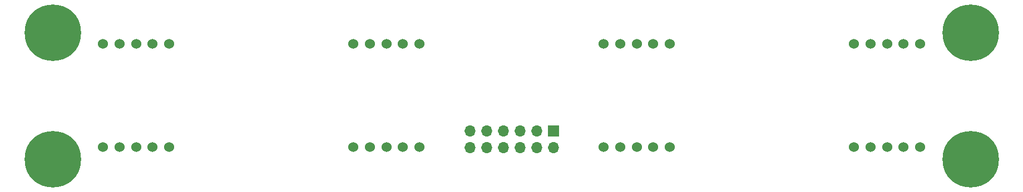
<source format=gbr>
%TF.GenerationSoftware,KiCad,Pcbnew,(5.1.8)-1*%
%TF.CreationDate,2021-01-20T16:16:19-05:00*%
%TF.ProjectId,Switch_SSD_Row,53776974-6368-45f5-9353-445f526f772e,rev?*%
%TF.SameCoordinates,Original*%
%TF.FileFunction,Soldermask,Bot*%
%TF.FilePolarity,Negative*%
%FSLAX46Y46*%
G04 Gerber Fmt 4.6, Leading zero omitted, Abs format (unit mm)*
G04 Created by KiCad (PCBNEW (5.1.8)-1) date 2021-01-20 16:16:19*
%MOMM*%
%LPD*%
G01*
G04 APERTURE LIST*
%ADD10C,8.600000*%
%ADD11C,0.900000*%
%ADD12C,1.524000*%
%ADD13R,1.700000X1.700000*%
%ADD14O,1.700000X1.700000*%
G04 APERTURE END LIST*
D10*
%TO.C,REF\u002A\u002A*%
X162560000Y-46228000D03*
D11*
X165785000Y-46228000D03*
X164840419Y-48508419D03*
X162560000Y-49453000D03*
X160279581Y-48508419D03*
X159335000Y-46228000D03*
X160279581Y-43947581D03*
X162560000Y-43003000D03*
X164840419Y-43947581D03*
%TD*%
D10*
%TO.C,REF\u002A\u002A*%
X162560000Y-26924000D03*
D11*
X165785000Y-26924000D03*
X164840419Y-29204419D03*
X162560000Y-30149000D03*
X160279581Y-29204419D03*
X159335000Y-26924000D03*
X160279581Y-24643581D03*
X162560000Y-23699000D03*
X164840419Y-24643581D03*
%TD*%
D10*
%TO.C,REF\u002A\u002A*%
X22860000Y-46228000D03*
D11*
X26085000Y-46228000D03*
X25140419Y-48508419D03*
X22860000Y-49453000D03*
X20579581Y-48508419D03*
X19635000Y-46228000D03*
X20579581Y-43947581D03*
X22860000Y-43003000D03*
X25140419Y-43947581D03*
%TD*%
D10*
%TO.C,REF\u002A\u002A*%
X22860000Y-26924000D03*
D11*
X26085000Y-26924000D03*
X25140419Y-29204419D03*
X22860000Y-30149000D03*
X20579581Y-29204419D03*
X19635000Y-26924000D03*
X20579581Y-24643581D03*
X22860000Y-23699000D03*
X25140419Y-24643581D03*
%TD*%
D12*
%TO.C,D1*%
X30550000Y-28620000D03*
X33090000Y-28620000D03*
X35560000Y-28620000D03*
X38030000Y-28620000D03*
X40570000Y-28620000D03*
X40570000Y-44400000D03*
X38030000Y-44400000D03*
X35560000Y-44400000D03*
X33090000Y-44400000D03*
X30550000Y-44400000D03*
%TD*%
%TO.C,D2*%
X68650000Y-44400000D03*
X71190000Y-44400000D03*
X73660000Y-44400000D03*
X76130000Y-44400000D03*
X78670000Y-44400000D03*
X78670000Y-28620000D03*
X76130000Y-28620000D03*
X73660000Y-28620000D03*
X71190000Y-28620000D03*
X68650000Y-28620000D03*
%TD*%
%TO.C,D3*%
X106750000Y-44400000D03*
X109290000Y-44400000D03*
X111760000Y-44400000D03*
X114230000Y-44400000D03*
X116770000Y-44400000D03*
X116770000Y-28620000D03*
X114230000Y-28620000D03*
X111760000Y-28620000D03*
X109290000Y-28620000D03*
X106750000Y-28620000D03*
%TD*%
%TO.C,D4*%
X144850000Y-28620000D03*
X147390000Y-28620000D03*
X149860000Y-28620000D03*
X152330000Y-28620000D03*
X154870000Y-28620000D03*
X154870000Y-44400000D03*
X152330000Y-44400000D03*
X149860000Y-44400000D03*
X147390000Y-44400000D03*
X144850000Y-44400000D03*
%TD*%
D13*
%TO.C,J1*%
X99060000Y-41910000D03*
D14*
X99060000Y-44450000D03*
X96520000Y-41910000D03*
X96520000Y-44450000D03*
X93980000Y-41910000D03*
X93980000Y-44450000D03*
X91440000Y-41910000D03*
X91440000Y-44450000D03*
X88900000Y-41910000D03*
X88900000Y-44450000D03*
X86360000Y-41910000D03*
X86360000Y-44450000D03*
%TD*%
M02*

</source>
